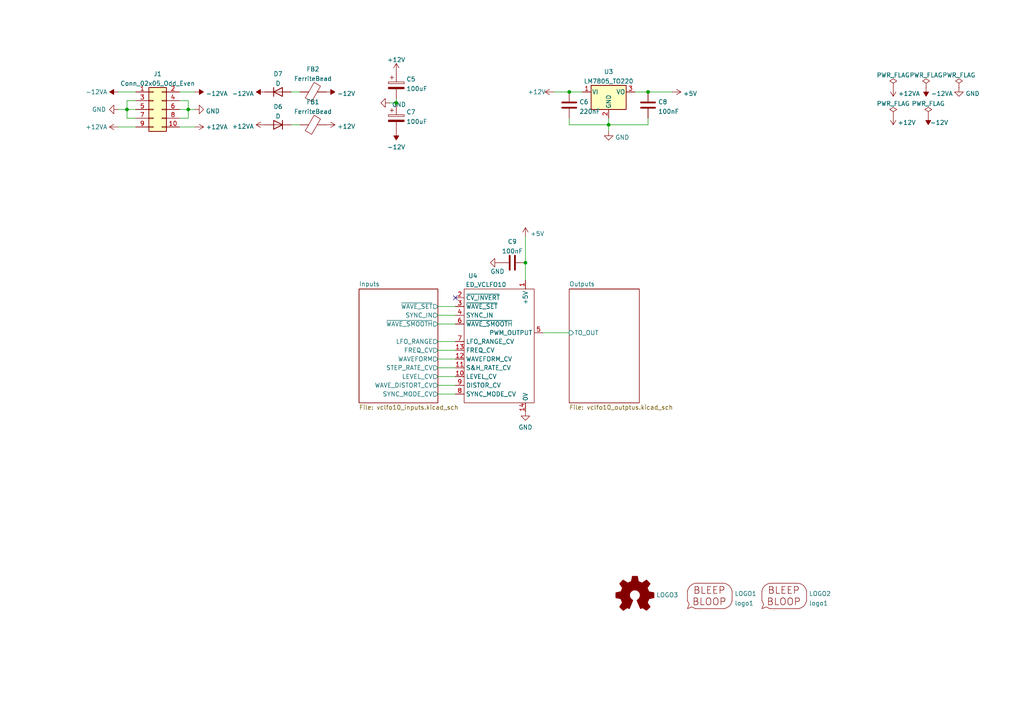
<source format=kicad_sch>
(kicad_sch (version 20211123) (generator eeschema)
  (paper "A4")
  (title_block (title "VCLFO10") (date "2022-06-29") (rev "1.0") (company "RobotDialogs"))
  (lib_symbols
    (symbol "Connector_Generic:Conn_02x05_Odd_Even" (pin_names (offset 1.016) hide)
      (property "Reference" "J" (at 1.27 7.62 0))
      (property "Value" "Conn_02x05_Odd_Even" (at 1.27 -7.62 0))
      (symbol "Conn_02x05_Odd_Even_1_1"
        (rectangle (start -1.27 -4.953) (end 0 -5.207) (stroke (width 0.1524)))
        (rectangle (start -1.27 -2.413) (end 0 -2.667) (stroke (width 0.1524)))
        (rectangle (start -1.27 0.127) (end 0 -0.127) (stroke (width 0.1524)))
        (rectangle (start -1.27 2.667) (end 0 2.413) (stroke (width 0.1524)))
        (rectangle (start -1.27 5.207) (end 0 4.953) (stroke (width 0.1524)))
        (rectangle (start -1.27 6.35) (end 3.81 -6.35) (stroke (width 0.254)) (fill (type background)))
        (rectangle (start 3.81 -4.953) (end 2.54 -5.207) (stroke (width 0.1524)))
        (rectangle (start 3.81 -2.413) (end 2.54 -2.667) (stroke (width 0.1524)))
        (rectangle (start 3.81 0.127) (end 2.54 -0.127) (stroke (width 0.1524)))
        (rectangle (start 3.81 2.667) (end 2.54 2.413) (stroke (width 0.1524)))
        (rectangle (start 3.81 5.207) (end 2.54 4.953) (stroke (width 0.1524)))
        (pin passive line (at -5.08 5.08 0) (length 3.81) (name "Pin_1") (number "1"))
        (pin passive line (at 7.62 -5.08 180) (length 3.81) (name "Pin_10") (number "10"))
        (pin passive line (at 7.62 5.08 180) (length 3.81) (name "Pin_2") (number "2"))
        (pin passive line (at -5.08 2.54 0) (length 3.81) (name "Pin_3") (number "3"))
        (pin passive line (at 7.62 2.54 180) (length 3.81) (name "Pin_4") (number "4"))
        (pin passive line (at -5.08 0 0) (length 3.81) (name "Pin_5") (number "5"))
        (pin passive line (at 7.62 0 180) (length 3.81) (name "Pin_6") (number "6"))
        (pin passive line (at -5.08 -2.54 0) (length 3.81) (name "Pin_7") (number "7"))
        (pin passive line (at 7.62 -2.54 180) (length 3.81) (name "Pin_8") (number "8"))
        (pin passive line (at -5.08 -5.08 0) (length 3.81) (name "Pin_9") (number "9"))
      )
    )
    (symbol "Device:C" (pin_numbers hide) (pin_names (offset 0.254))
      (property "Reference" "C" (at 0.635 2.54 0))
      (property "Value" "C" (at 0.635 -2.54 0))
      (symbol "C_0_1"
        (polyline (pts (xy -2.032 -0.762) (xy 2.032 -0.762)) (stroke (width 0.508)))
        (polyline (pts (xy -2.032 0.762) (xy 2.032 0.762)) (stroke (width 0.508)))
      )
      (symbol "C_1_1"
        (pin passive line (at 0 3.81 270) (length 2.794) (name "~") (number "1"))
        (pin passive line (at 0 -3.81 90) (length 2.794) (name "~") (number "2"))
      )
    )
    (symbol "Device:C_Polarized" (pin_numbers hide) (pin_names (offset 0.254))
      (property "Reference" "C" (at 0.635 2.54 0))
      (property "Value" "C_Polarized" (at 0.635 -2.54 0))
      (symbol "C_Polarized_0_1"
        (rectangle (start -2.286 0.508) (end 2.286 1.016))
        (polyline (pts (xy -1.778 2.286) (xy -0.762 2.286)))
        (polyline (pts (xy -1.27 2.794) (xy -1.27 1.778)))
        (rectangle (start 2.286 -0.508) (end -2.286 -1.016) (fill (type outline)))
      )
      (symbol "C_Polarized_1_1"
        (pin passive line (at 0 3.81 270) (length 2.794) (name "~") (number "1"))
        (pin passive line (at 0 -3.81 90) (length 2.794) (name "~") (number "2"))
      )
    )
    (symbol "Device:D" (pin_numbers hide) (pin_names (offset 1.016) hide)
      (property "Reference" "D" (at 0 2.54 0))
      (property "Value" "D" (at 0 -2.54 0))
      (symbol "D_0_1"
        (polyline (pts (xy -1.27 1.27) (xy -1.27 -1.27)) (stroke (width 0.254)))
        (polyline (pts (xy 1.27 0) (xy -1.27 0)))
        (polyline (pts (xy 1.27 1.27) (xy 1.27 -1.27) (xy -1.27 0) (xy 1.27 1.27)) (stroke (width 0.254)))
      )
      (symbol "D_1_1"
        (pin passive line (at -3.81 0 0) (length 2.54) (name "K") (number "1"))
        (pin passive line (at 3.81 0 180) (length 2.54) (name "A") (number "2"))
      )
    )
    (symbol "Device:FerriteBead" (pin_numbers hide) (pin_names (offset 0))
      (property "Reference" "FB" (at -3.81 0.635 90))
      (property "Value" "FerriteBead" (at 3.81 0 90))
      (symbol "FerriteBead_0_1"
        (polyline (pts (xy 0 -1.27) (xy 0 -1.2192)))
        (polyline (pts (xy 0 1.27) (xy 0 1.2954)))
        (polyline (pts (xy -2.7686 0.4064) (xy -1.7018 2.2606) (xy 2.7686 -0.3048) (xy 1.6764 -2.159) (xy -2.7686 0.4064)))
      )
      (symbol "FerriteBead_1_1"
        (pin passive line (at 0 3.81 270) (length 2.54) (name "~") (number "1"))
        (pin passive line (at 0 -3.81 90) (length 2.54) (name "~") (number "2"))
      )
    )
    (symbol "My Stuff:ED_VCLFO10"
      (property "Reference" "U" (at -15.24 5.08 0))
      (property "Value" "ED_VCLFO10" (at 0 16.256 0))
      (symbol "ED_VCLFO10_0_1"
        (rectangle (start -10.16 15.24) (end 10.16 -17.78) (stroke (width 0.1524)))
      )
      (symbol "ED_VCLFO10_1_1"
        (pin power_in line (at 7.62 17.78 270) (length 2.54) (name "+5V") (number "1"))
        (pin input line (at -12.7 -10.16 0) (length 2.54) (name "LEVEL_CV") (number "10"))
        (pin input line (at -12.7 -7.62 0) (length 2.54) (name "S&H_RATE_CV") (number "11"))
        (pin input line (at -12.7 -5.08 0) (length 2.54) (name "WAVEFORM_CV") (number "12"))
        (pin input line (at -12.7 -2.54 0) (length 2.54) (name "FREQ_CV") (number "13"))
        (pin power_in line (at 7.62 -20.32 90) (length 2.54) (name "0V") (number "14"))
        (pin input line (at -12.7 12.7 0) (length 2.54) (name "~{CV_INVERT}") (number "2"))
        (pin input line (at -12.7 10.16 0) (length 2.54) (name "~{WAVE_SET}") (number "3"))
        (pin input line (at -12.7 7.62 0) (length 2.54) (name "SYNC_IN") (number "4"))
        (pin output line (at 12.7 2.54 180) (length 2.54) (name "PWM_OUTPUT") (number "5"))
        (pin input line (at -12.7 5.08 0) (length 2.54) (name "~{WAVE_SMOOTH}") (number "6"))
        (pin input line (at -12.7 0 0) (length 2.54) (name "LFO_RANGE_CV") (number "7"))
        (pin input line (at -12.7 -15.24 0) (length 2.54) (name "SYNC_MODE_CV") (number "8"))
        (pin input line (at -12.7 -12.7 0) (length 2.54) (name "DISTOR_CV") (number "9"))
      )
    )
    (symbol "My Stuff:Logo_Open_Hardware_Small" (pin_names (offset 1.016))
      (property "Reference" "LOGO1" (at 0 6.985 0))
      (symbol "Logo_Open_Hardware_Small_0_1"
        (polyline (pts (xy 3.3528 -4.3434) (xy 3.302 -4.318) (xy 3.175 -4.2418) (xy 2.9972 -4.1148) (xy 2.7686 -3.9624) (xy 2.54 -3.81) (xy 2.3622 -3.7084) (xy 2.2352 -3.6068) (xy 2.1844 -3.5814) (xy 2.159 -3.6068) (xy 2.0574 -3.6576) (xy 1.905 -3.7338) (xy 1.8034 -3.7846) (xy 1.6764 -3.8354) (xy 1.6002 -3.8354) (xy 1.6002 -3.8354) (xy 1.5494 -3.7338) (xy 1.4732 -3.5306) (xy 1.3462 -3.302) (xy 1.2446 -3.0226) (xy 1.1176 -2.7178) (xy 0.9652 -2.413) (xy 0.8636 -2.1082) (xy 0.7366 -1.8288) (xy 0.6604 -1.6256) (xy 0.6096 -1.4732) (xy 0.5842 -1.397) (xy 0.5842 -1.397) (xy 0.6604 -1.3208) (xy 0.7874 -1.2446) (xy 1.0414 -1.016) (xy 1.2954 -0.6858) (xy 1.4478 -0.3302) (xy 1.524 0.0762) (xy 1.4732 0.4572) (xy 1.3208 0.8128) (xy 1.0668 1.143) (xy 0.762 1.3716) (xy 0.4064 1.524) (xy 0 1.5748) (xy -0.381 1.5494) (xy -0.7366 1.397) (xy -1.0668 1.143) (xy -1.2192 0.9906) (xy -1.397 0.6604) (xy -1.524 0.3048) (xy -1.524 0.2286) (xy -1.4986 -0.1778) (xy -1.397 -0.5334) (xy -1.1938 -0.8636) (xy -0.9144 -1.143) (xy -0.8636 -1.1684) (xy -0.7366 -1.27) (xy -0.635 -1.3462) (xy -0.5842 -1.397) (xy -1.0668 -2.5908) (xy -1.143 -2.794) (xy -1.2954 -3.1242) (xy -1.397 -3.4036) (xy -1.4986 -3.6322) (xy -1.5748 -3.7846) (xy -1.6002 -3.8354) (xy -1.6002 -3.8354) (xy -1.651 -3.8354) (xy -1.7272 -3.81) (xy -1.905 -3.7338) (xy -2.0066 -3.683) (xy -2.1336 -3.6068) (xy -2.2098 -3.5814) (xy -2.2606 -3.6068) (xy -2.3622 -3.683) (xy -2.54 -3.81) (xy -2.7686 -3.9624) (xy -2.9718 -4.0894) (xy -3.1496 -4.2164) (xy -3.302 -4.318) (xy -3.3528 -4.3434) (xy -3.3782 -4.3434) (xy -3.429 -4.318) (xy -3.5306 -4.2164) (xy -3.7084 -4.064) (xy -3.937 -3.8354) (xy -3.9624 -3.81) (xy -4.1656 -3.6068) (xy -4.318 -3.4544) (xy -4.4196 -3.3274) (xy -4.445 -3.2766) (xy -4.445 -3.2766) (xy -4.4196 -3.2258) (xy -4.318 -3.0734) (xy -4.2164 -2.8956) (xy -4.064 -2.667) (xy -3.6576 -2.0828) (xy -3.8862 -1.5494) (xy -3.937 -1.3716) (xy -4.0386 -1.1684) (xy -4.0894 -1.0414) (xy -4.1148 -0.9652) (xy -4.191 -0.9398) (xy -4.318 -0.9144) (xy -4.5466 -0.8636) (xy -4.8006 -0.8128) (xy -5.0546 -0.7874) (xy -5.2578 -0.7366) (xy -5.4356 -0.7112) (xy -5.5118 -0.6858) (xy -5.5118 -0.6858) (xy -5.5372 -0.635) (xy -5.5372 -0.5588) (xy -5.5372 -0.4318) (xy -5.5626 -0.2286) (xy -5.5626 0.0762) (xy -5.5626 0.127) (xy -5.5372 0.4064) (xy -5.5372 0.635) (xy -5.5372 0.762) (xy -5.5372 0.8382) (xy -5.5372 0.8382) (xy -5.461 0.8382) (xy -5.3086 0.889) (xy -5.08 0.9144) (xy -4.826 0.9652) (xy -4.8006 0.9906) (xy -4.5466 1.0414) (xy -4.318 1.0668) (xy -4.1656 1.1176) (xy -4.0894 1.143) (xy -4.0894 1.143) (xy -4.0386 1.2446) (xy -3.9624 1.4224) (xy -3.8608 1.6256) (xy -3.7846 1.8288) (xy -3.7084 2.0066) (xy -3.6576 2.159) (xy -3.6322 2.2098) (xy -3.6322 2.2098) (xy -3.683 2.286) (xy -3.7592 2.413) (xy -3.8862 2.5908) (xy -4.064 2.8194) (xy -4.064 2.8448) (xy -4.2164 3.0734) (xy -4.3434 3.2512) (xy -4.4196 3.3782) (xy -4.445 3.4544) (xy -4.445 3.4544) (xy -4.3942 3.5052) (xy -4.2926 3.6322) (xy -4.1148 3.81) (xy -3.937 4.0132) (xy -3.8608 4.064) (xy -3.6576 4.2926) (xy -3.5052 4.4196) (xy -3.4036 4.4958) (xy -3.3528 4.5212) (xy -3.3528 4.5212) (xy -3.302 4.4704) (xy -3.1496 4.3688) (xy -2.9718 4.2418) (xy -2.7432 4.0894) (xy -2.7178 4.0894) (xy -2.4892 3.937) (xy -2.3114 3.81) (xy -2.1844 3.7084) (xy -2.1336 3.683) (xy -2.1082 3.683) (xy -2.032 3.7084) (xy -1.8542 3.7592) (xy -1.6764 3.8354) (xy -1.4732 3.937) (xy -1.27 4.0132) (xy -1.143 4.064) (xy -1.0668 4.1148) (xy -1.0668 4.1148) (xy -1.0414 4.191) (xy -1.016 4.3434) (xy -0.9652 4.572) (xy -0.9144 4.8514) (xy -0.889 4.9022) (xy -0.8382 5.1562) (xy -0.8128 5.3848) (xy -0.7874 5.5372) (xy -0.762 5.588) (xy -0.7112 5.6134) (xy -0.5842 5.6134) (xy -0.4064 5.6134) (xy -0.1524 5.6134) (xy 0.0762 5.6134) (xy 0.3302 5.6134) (xy 0.5334 5.6134) (xy 0.6858 5.588) (xy 0.7366 5.588) (xy 0.7366 5.588) (xy 0.762 5.5118) (xy 0.8128 5.334) (xy 0.8382 5.1054) (xy 0.9144 4.826) (xy 0.9144 4.7752) (xy 0.9652 4.5212) (xy 1.016 4.2926) (xy 1.0414 4.1402) (xy 1.0668 4.0894) (xy 1.0668 4.0894) (xy 1.1938 4.0386) (xy 1.3716 3.9624) (xy 1.5748 3.8608) (xy 2.0828 3.6576) (xy 2.7178 4.0894) (xy 2.7686 4.1402) (xy 2.9972 4.2926) (xy 3.175 4.4196) (xy 3.302 4.4958) (xy 3.3782 4.5212) (xy 3.3782 4.5212) (xy 3.429 4.4704) (xy 3.556 4.3434) (xy 3.7338 4.191) (xy 3.9116 3.9878) (xy 4.064 3.8354) (xy 4.2418 3.6576) (xy 4.3434 3.556) (xy 4.4196 3.4798) (xy 4.4196 3.429) (xy 4.4196 3.4036) (xy 4.3942 3.3274) (xy 4.2926 3.2004) (xy 4.1656 2.9972) (xy 4.0132 2.794) (xy 3.8862 2.5908) (xy 3.7592 2.3876) (xy 3.6576 2.2352) (xy 3.6322 2.159) (xy 3.6322 2.1336) (xy 3.683 2.0066) (xy 3.7592 1.8288) (xy 3.8608 1.6002) (xy 4.064 1.1176) (xy 4.3942 1.0414) (xy 4.5974 1.016) (xy 4.8768 0.9652) (xy 5.1308 0.9144) (xy 5.5372 0.8382) (xy 5.5626 -0.6604) (xy 5.4864 -0.6858) (xy 5.4356 -0.6858) (xy 5.2832 -0.7366) (xy 5.0546 -0.762) (xy 4.8006 -0.8128) (xy 4.5974 -0.8636) (xy 4.3688 -0.9144) (xy 4.2164 -0.9398) (xy 4.1402 -0.9398) (xy 4.1148 -0.9652) (xy 4.064 -1.0668) (xy 3.9878 -1.2446) (xy 3.9116 -1.4478) (xy 3.81 -1.651) (xy 3.7338 -1.8542) (xy 3.683 -2.0066) (xy 3.6576 -2.0828) (xy 3.683 -2.1336) (xy 3.7846 -2.2606) (xy 3.8862 -2.4638) (xy 4.0386 -2.667) (xy 4.191 -2.8956) (xy 4.318 -3.0734) (xy 4.3942 -3.2004) (xy 4.445 -3.2766) (xy 4.4196 -3.3274) (xy 4.3434 -3.429) (xy 4.1656 -3.5814) (xy 3.937 -3.8354) (xy 3.8862 -3.8608) (xy 3.683 -4.064) (xy 3.5306 -4.2164) (xy 3.4036 -4.318) (xy 3.3528 -4.3434)) (fill (type outline)))
      )
    )
    (symbol "My Stuff:logo1" (pin_names (offset 1.016))
      (property "Reference" "LOGO" (at 0 -4.826 0))
      (property "Value" "logo1" (at 0 4.826 0))
      (symbol "logo1_0_0"
        (text "" (at -1.27 1.27 0) (effects (font (size 1.27 1.27))))
        (text "BLEEP" (at 0 1.524 0) (effects (font (size 2 2))))
        (text "BLOOP" (at 0 -1.778 0) (effects (font (size 2 2))))
      )
      (symbol "logo1_0_1"
        (rectangle (start -2.794 -4.318) (end -2.794 -4.318) (stroke (width 0.1524)))
        (polyline (pts (xy -6.35 1.27) (xy -6.35 -1.524)) (stroke (width 0.1524)))
        (polyline (pts (xy -4.064 -3.81) (xy 4.318 -3.81)) (stroke (width 0.1524)))
        (polyline (pts (xy -4.064 3.556) (xy 4.318 3.556)) (stroke (width 0.1524)))
        (polyline (pts (xy 6.604 1.27) (xy 6.604 -1.524)) (stroke (width 0.1524)))
        (polyline (pts (xy -6.35 1.27) (xy -6.096 2.032) (xy -5.588 2.794) (xy -4.826 3.302) (xy -4.064 3.556)) (stroke (width 0.1524)))
        (polyline (pts (xy -4.064 -3.81) (xy -5.08 -3.302) (xy -6.35 -3.81) (xy -5.842 -2.54) (xy -6.35 -1.524)) (stroke (width 0.1524)))
        (polyline (pts (xy 4.318 3.556) (xy 5.08 3.302) (xy 5.842 2.794) (xy 6.35 2.032) (xy 6.604 1.27)) (stroke (width 0.1524)))
        (polyline (pts (xy 6.604 -1.524) (xy 6.35 -2.286) (xy 5.842 -3.048) (xy 5.08 -3.556) (xy 4.318 -3.81)) (stroke (width 0.1524)))
      )
    )
    (symbol "Regulator_Linear:LM7805_TO220" (pin_names (offset 0.254))
      (property "Reference" "U" (at -3.81 3.175 0))
      (property "Value" "LM7805_TO220" (at 0 3.175 0))
      (symbol "LM7805_TO220_0_1"
        (rectangle (start -5.08 1.905) (end 5.08 -5.08) (stroke (width 0.254)) (fill (type background)))
      )
      (symbol "LM7805_TO220_1_1"
        (pin power_in line (at -7.62 0 0) (length 2.54) (name "VI") (number "1"))
        (pin power_in line (at 0 -7.62 90) (length 2.54) (name "GND") (number "2"))
        (pin power_out line (at 7.62 0 180) (length 2.54) (name "VO") (number "3"))
      )
    )
    (symbol "power:+12V" (power) (pin_names (offset 0))
      (property "Value" "+12V" (at 0 3.556 0))
      (symbol "+12V_0_1"
        (polyline (pts (xy -0.762 1.27) (xy 0 2.54)))
        (polyline (pts (xy 0 0) (xy 0 2.54)))
        (polyline (pts (xy 0 2.54) (xy 0.762 1.27)))
      )
      (symbol "+12V_1_1"
        (pin power_in line (at 0 0 90) (length 0) hide (name "+12V") (number "1"))
      )
    )
    (symbol "power:+12VA" (power) (pin_names (offset 0))
      (property "Value" "+12VA" (at 0 3.556 0))
      (symbol "+12VA_0_1"
        (polyline (pts (xy -0.762 1.27) (xy 0 2.54)))
        (polyline (pts (xy 0 0) (xy 0 2.54)))
        (polyline (pts (xy 0 2.54) (xy 0.762 1.27)))
      )
      (symbol "+12VA_1_1"
        (pin power_in line (at 0 0 90) (length 0) hide (name "+12VA") (number "1"))
      )
    )
    (symbol "power:+5V" (power) (pin_names (offset 0))
      (property "Value" "+5V" (at 0 3.556 0))
      (symbol "+5V_0_1"
        (polyline (pts (xy -0.762 1.27) (xy 0 2.54)))
        (polyline (pts (xy 0 0) (xy 0 2.54)))
        (polyline (pts (xy 0 2.54) (xy 0.762 1.27)))
      )
      (symbol "+5V_1_1"
        (pin power_in line (at 0 0 90) (length 0) hide (name "+5V") (number "1"))
      )
    )
    (symbol "power:-12V" (power) (pin_names (offset 0))
      (property "Value" "-12V" (at 0 3.81 0))
      (symbol "-12V_0_0"
        (pin power_in line (at 0 0 90) (length 0) hide (name "-12V") (number "1"))
      )
      (symbol "-12V_0_1"
        (polyline (pts (xy 0 0) (xy 0 1.27) (xy 0.762 1.27) (xy 0 2.54) (xy -0.762 1.27) (xy 0 1.27)) (fill (type outline)))
      )
    )
    (symbol "power:-12VA" (power) (pin_names (offset 0))
      (property "Value" "-12VA" (at 0 3.556 0))
      (symbol "-12VA_0_0"
        (pin power_in line (at 0 0 90) (length 0) hide (name "-12VA") (number "1"))
      )
      (symbol "-12VA_0_1"
        (polyline (pts (xy 0 0) (xy 0 1.27) (xy 0.762 1.27) (xy 0 2.54) (xy -0.762 1.27) (xy 0 1.27)) (fill (type outline)))
      )
    )
    (symbol "power:GND" (power) (pin_names (offset 0))
      (property "Value" "GND" (at 0 -3.81 0))
      (symbol "GND_0_1"
        (polyline (pts (xy 0 0) (xy 0 -1.27) (xy 1.27 -1.27) (xy 0 -2.54) (xy -1.27 -1.27) (xy 0 -1.27)))
      )
      (symbol "GND_1_1"
        (pin power_in line (at 0 0 270) (length 0) hide (name "GND") (number "1"))
      )
    )
    (symbol "power:PWR_FLAG" (power) (pin_numbers hide) (pin_names (offset 0) hide)
      (property "Value" "PWR_FLAG" (at 0 3.81 0))
      (symbol "PWR_FLAG_0_0"
        (pin power_out line (at 0 0 90) (length 0) (name "pwr") (number "1"))
      )
      (symbol "PWR_FLAG_0_1"
        (polyline (pts (xy 0 0) (xy 0 1.27) (xy -1.016 1.905) (xy 0 2.54) (xy 1.016 1.905) (xy 0 1.27)))
      )
    )
  )
  (junction (at 54.61 31.75))
  (junction (at 165.1 26.67))
  (junction (at 36.83 31.75))
  (junction (at 152.4 76.2))
  (junction (at 176.53 36.195))
  (junction (at 114.935 29.845))
  (junction (at 187.96 26.67))
  (no_connect (at 132.08 86.36))
  (wire (pts (xy 84.455 26.67) (xy 86.995 26.67)))
  (wire (pts (xy 157.48 96.52) (xy 165.1 96.52)))
  (wire (pts (xy 176.53 34.29) (xy 176.53 36.195)))
  (wire (pts (xy 114.935 29.845) (xy 114.935 30.48)))
  (wire (pts (xy 113.03 29.845) (xy 114.935 29.845)))
  (wire (pts (xy 184.15 26.67) (xy 187.96 26.67)))
  (wire (pts (xy 36.83 29.21) (xy 36.83 31.75)))
  (wire (pts (xy 39.37 29.21) (xy 36.83 29.21)))
  (wire (pts (xy 54.61 31.75) (xy 54.61 34.29)))
  (wire (pts (xy 187.96 26.67) (xy 194.945 26.67)))
  (wire (pts (xy 127 114.3) (xy 132.08 114.3)))
  (wire (pts (xy 34.29 26.67) (xy 39.37 26.67)))
  (wire (pts (xy 36.83 31.75) (xy 39.37 31.75)))
  (wire (pts (xy 127 101.6) (xy 132.08 101.6)))
  (wire (pts (xy 52.07 26.67) (xy 56.515 26.67)))
  (wire (pts (xy 127 88.9) (xy 132.08 88.9)))
  (wire (pts (xy 52.07 29.21) (xy 54.61 29.21)))
  (wire (pts (xy 36.83 31.75) (xy 36.83 34.29)))
  (wire (pts (xy 165.1 34.29) (xy 165.1 36.195)))
  (wire (pts (xy 54.61 31.75) (xy 56.515 31.75)))
  (wire (pts (xy 152.4 76.2) (xy 152.4 81.28)))
  (wire (pts (xy 165.1 36.195) (xy 176.53 36.195)))
  (wire (pts (xy 54.61 29.21) (xy 54.61 31.75)))
  (wire (pts (xy 84.455 36.195) (xy 86.995 36.195)))
  (wire (pts (xy 54.61 34.29) (xy 52.07 34.29)))
  (wire (pts (xy 127 104.14) (xy 132.08 104.14)))
  (wire (pts (xy 187.96 36.195) (xy 187.96 34.29)))
  (wire (pts (xy 127 99.06) (xy 132.08 99.06)))
  (wire (pts (xy 176.53 36.195) (xy 187.96 36.195)))
  (wire (pts (xy 36.83 34.29) (xy 39.37 34.29)))
  (wire (pts (xy 127 91.44) (xy 132.08 91.44)))
  (wire (pts (xy 127 109.22) (xy 132.08 109.22)))
  (wire (pts (xy 52.07 36.83) (xy 56.515 36.83)))
  (wire (pts (xy 160.655 26.67) (xy 165.1 26.67)))
  (wire (pts (xy 127 111.76) (xy 132.08 111.76)))
  (wire (pts (xy 127 106.68) (xy 132.08 106.68)))
  (wire (pts (xy 34.29 31.75) (xy 36.83 31.75)))
  (wire (pts (xy 152.4 68.58) (xy 152.4 76.2)))
  (wire (pts (xy 52.07 31.75) (xy 54.61 31.75)))
  (wire (pts (xy 39.37 36.83) (xy 34.29 36.83)))
  (wire (pts (xy 127 93.98) (xy 132.08 93.98)))
  (wire (pts (xy 114.935 28.575) (xy 114.935 29.845)))
  (wire (pts (xy 176.53 36.195) (xy 176.53 38.1)))
  (wire (pts (xy 165.1 26.67) (xy 168.91 26.67)))
  (symbol (lib_id "power:+5V") (at 152.4 68.58 0) (unit 1)
    (property "Reference" "#PWR0131" (effects hide))
    (property "Value" "+5V" (at 153.797 67.789 0) (effects (justify left)))
  )
  (symbol (lib_id "Device:D") (at 80.645 26.67 0) (unit 1)
    (property "Reference" "D7" (at 80.645 21.4335 0))
    (property "Value" "D" (at 80.645 24.2086 0))
    (property "Footprint" "Diode_THT:D_A-405_P7.62mm_Horizontal" (effects hide))
  )
  (symbol (lib_id "Device:C_Polarized") (at 114.935 24.765 0) (unit 1)
    (property "Reference" "C5" (at 117.856 22.9675 0) (effects (justify left)))
    (property "Value" "100uF" (at 117.856 25.7426 0) (effects (justify left)))
    (property "Footprint" "Capacitor_THT:CP_Radial_D5.0mm_P2.50mm" (effects hide))
  )
  (symbol (lib_id "power:+12VA") (at 34.29 36.83 90) (unit 1)
    (property "Reference" "#PWR0106" (effects hide))
    (property "Value" "+12VA" (at 24.765 36.83 90) (effects (justify right)))
  )
  (symbol (lib_id "Device:C") (at 148.59 76.2 90) (unit 1)
    (property "Reference" "C9" (at 148.59 70.0745 90))
    (property "Value" "100nF" (at 148.59 72.8496 90))
    (property "Footprint" "Capacitor_SMD:C_1206_3216Metric_Pad1.33x1.80mm_HandSolder" (effects hide))
  )
  (symbol (lib_id "power:-12VA") (at 268.605 25.4 180) (unit 1)
    (property "Reference" "#PWR0126" (effects hide))
    (property "Value" "-12VA" (at 270.002 27.149 0) (effects (justify right)))
  )
  (symbol (lib_id "power:+12V") (at 114.935 20.955 0) (unit 1)
    (property "Reference" "#PWR0130" (effects hide))
    (property "Value" "+12V" (at 114.935 17.3505 0))
  )
  (symbol (lib_id "My Stuff:logo1") (at 205.74 172.72 0) (unit 1)
    (property "Reference" "LOGO1" (at 213.0552 172.1925 0) (effects (justify left)))
    (property "Value" "logo1" (at 213.0552 174.9676 0) (effects (justify left)))
    (property "Footprint" "My Stuff:Logo1" (effects hide))
  )
  (symbol (lib_id "Connector_Generic:Conn_02x05_Odd_Even") (at 44.45 31.75 0) (unit 1)
    (property "Reference" "J1" (at 45.72 21.4335 0))
    (property "Value" "Conn_02x05_Odd_Even" (at 45.72 24.2086 0))
    (property "Footprint" "Connector_IDC:IDC-Header_2x05_P2.54mm_Vertical" (effects hide))
  )
  (symbol (lib_id "My Stuff:Logo_Open_Hardware_Small") (at 184.15 172.72 0) (unit 1)
    (property "Reference" "LOGO3" (at 190.3476 172.564 0) (effects (justify left)))
    (property "Value" "Logo_Open_Hardware_Small" (effects hide))
    (property "Footprint" "Symbol:OSHW-Symbol_6.7x6mm_SilkScreen" (effects hide))
  )
  (symbol (lib_id "power:-12V") (at 114.935 38.1 180) (unit 1)
    (property "Reference" "#PWR0122" (effects hide))
    (property "Value" "-12V" (at 114.935 42.6625 0))
  )
  (symbol (lib_id "power:+12V") (at 94.615 36.195 270) (unit 1)
    (property "Reference" "#PWR0112" (effects hide))
    (property "Value" "+12V" (at 97.79 36.674 90) (effects (justify left)))
  )
  (symbol (lib_id "power:-12VA") (at 34.29 26.67 90) (unit 1)
    (property "Reference" "#PWR0105" (effects hide))
    (property "Value" "-12VA" (at 24.765 26.67 90) (effects (justify right)))
  )
  (symbol (lib_id "power:-12V") (at 269.24 33.655 180) (unit 1)
    (property "Reference" "#PWR0127" (effects hide))
    (property "Value" "-12V" (at 272.415 35.56 0))
  )
  (symbol (lib_id "Device:C_Polarized") (at 114.935 34.29 0) (unit 1)
    (property "Reference" "C7" (at 117.856 32.4925 0) (effects (justify left)))
    (property "Value" "100uF" (at 117.856 35.2676 0) (effects (justify left)))
    (property "Footprint" "Capacitor_THT:CP_Radial_D5.0mm_P2.50mm" (effects hide))
  )
  (symbol (lib_id "power:PWR_FLAG") (at 259.08 33.655 0) (unit 1)
    (property "Reference" "#FLG0102" (effects hide))
    (property "Value" "PWR_FLAG" (at 259.08 30.0505 0))
  )
  (symbol (lib_id "Device:FerriteBead") (at 90.805 26.67 90) (unit 1)
    (property "Reference" "FB2" (at 90.7542 20.0619 90))
    (property "Value" "FerriteBead" (at 90.7542 22.837 90))
    (property "Footprint" "Inductor_THT:L_Axial_L6.6mm_D2.7mm_P2.54mm_Vertical_Vishay_IM-2" (effects hide))
  )
  (symbol (lib_id "power:GND") (at 176.53 38.1 0) (unit 1)
    (property "Reference" "#PWR0101" (effects hide))
    (property "Value" "GND" (at 178.435 39.849 0) (effects (justify left)))
  )
  (symbol (lib_id "power:+12V") (at 259.08 33.655 180) (unit 1)
    (property "Reference" "#PWR0124" (effects hide))
    (property "Value" "+12V" (at 260.35 35.56 0) (effects (justify right)))
  )
  (symbol (lib_id "power:+12VA") (at 259.08 25.4 180) (unit 1)
    (property "Reference" "#PWR0125" (effects hide))
    (property "Value" "+12VA" (at 260.477 27.149 0) (effects (justify right)))
  )
  (symbol (lib_id "power:PWR_FLAG") (at 278.13 25.4 0) (unit 1)
    (property "Reference" "#FLG0103" (effects hide))
    (property "Value" "PWR_FLAG" (at 278.13 21.7955 0))
  )
  (symbol (lib_id "power:-12VA") (at 76.835 26.67 90) (unit 1)
    (property "Reference" "#PWR0107" (effects hide))
    (property "Value" "-12VA" (at 73.66 27.149 90) (effects (justify left)))
  )
  (symbol (lib_id "power:PWR_FLAG") (at 259.08 25.4 0) (unit 1)
    (property "Reference" "#FLG0101" (effects hide))
    (property "Value" "PWR_FLAG" (at 259.08 21.7955 0))
  )
  (symbol (lib_id "My Stuff:logo1") (at 227.33 172.72 0) (unit 1)
    (property "Reference" "LOGO2" (at 234.6452 172.1925 0) (effects (justify left)))
    (property "Value" "logo1" (at 234.6452 174.9676 0) (effects (justify left)))
    (property "Footprint" "My Stuff:Logo2" (effects hide))
  )
  (symbol (lib_id "power:PWR_FLAG") (at 268.605 25.4 0) (unit 1)
    (property "Reference" "#FLG0104" (effects hide))
    (property "Value" "PWR_FLAG" (at 268.605 21.7955 0))
  )
  (symbol (lib_id "power:+5V") (at 194.945 26.67 270) (unit 1)
    (property "Reference" "#PWR0102" (effects hide))
    (property "Value" "+5V" (at 198.12 27.149 90) (effects (justify left)))
  )
  (symbol (lib_id "Regulator_Linear:LM7805_TO220") (at 176.53 26.67 0) (unit 1)
    (property "Reference" "U3" (at 176.53 20.7985 0))
    (property "Value" "LM7805_TO220" (at 176.53 23.5736 0))
    (property "Footprint" "Package_TO_SOT_THT:TO-220-3_Vertical" (effects hide))
    (property "Datasheet" "https://www.onsemi.cn/PowerSolutions/document/MC7800-D.PDF" (effects hide))
  )
  (symbol (lib_id "power:+12V") (at 160.655 26.67 90) (unit 1)
    (property "Reference" "#PWR0103" (effects hide))
    (property "Value" "+12V" (at 153.035 26.67 90) (effects (justify right)))
  )
  (symbol (lib_id "power:GND") (at 56.515 31.75 90) (unit 1)
    (property "Reference" "#PWR0111" (effects hide))
    (property "Value" "GND" (at 59.69 32.229 90) (effects (justify right)))
  )
  (symbol (lib_id "Device:C") (at 187.96 30.48 0) (unit 1)
    (property "Reference" "C8" (at 190.881 29.5715 0) (effects (justify left)))
    (property "Value" "100nF" (at 190.881 32.3466 0) (effects (justify left)))
    (property "Footprint" "Capacitor_SMD:C_1206_3216Metric_Pad1.33x1.80mm_HandSolder" (effects hide))
  )
  (symbol (lib_id "My Stuff:ED_VCLFO10") (at 144.78 99.06 0) (unit 1)
    (property "Reference" "U4" (at 137.16 80.01 0))
    (property "Value" "ED_VCLFO10" (at 140.97 82.55 0))
    (property "Footprint" "Package_DIP:DIP-14_W7.62mm_Socket_LongPads" (effects hide))
    (property "Datasheet" "https://electricdruid.net/datasheets/VCLFO10Datasheet.pdf" (effects hide))
  )
  (symbol (lib_id "Device:FerriteBead") (at 90.805 36.195 90) (unit 1)
    (property "Reference" "FB1" (at 90.7542 29.5869 90))
    (property "Value" "FerriteBead" (at 90.7542 32.362 90))
    (property "Footprint" "Inductor_THT:L_Axial_L6.6mm_D2.7mm_P2.54mm_Vertical_Vishay_IM-2" (effects hide))
  )
  (symbol (lib_id "power:+12VA") (at 76.835 36.195 90) (unit 1)
    (property "Reference" "#PWR0108" (effects hide))
    (property "Value" "+12VA" (at 73.66 36.674 90) (effects (justify left)))
  )
  (symbol (lib_id "power:-12V") (at 94.615 26.67 270) (unit 1)
    (property "Reference" "#PWR0113" (effects hide))
    (property "Value" "-12V" (at 97.79 27.149 90) (effects (justify left)))
  )
  (symbol (lib_id "Device:C") (at 165.1 30.48 0) (unit 1)
    (property "Reference" "C6" (at 168.021 29.5715 0) (effects (justify left)))
    (property "Value" "220nF" (at 168.021 32.3466 0) (effects (justify left)))
    (property "Footprint" "Capacitor_SMD:C_1206_3216Metric_Pad1.33x1.80mm_HandSolder" (effects hide))
  )
  (symbol (lib_id "power:GND") (at 113.03 29.845 270) (unit 1)
    (property "Reference" "#PWR0123" (effects hide))
    (property "Value" "GND" (at 113.665 30.324 90) (effects (justify left)))
  )
  (symbol (lib_id "power:-12VA") (at 56.515 26.67 270) (unit 1)
    (property "Reference" "#PWR0109" (effects hide))
    (property "Value" "-12VA" (at 59.69 27.149 90) (effects (justify left)))
  )
  (symbol (lib_id "power:+12VA") (at 56.515 36.83 270) (unit 1)
    (property "Reference" "#PWR0110" (effects hide))
    (property "Value" "+12VA" (at 59.69 36.83 90) (effects (justify left)))
  )
  (symbol (lib_id "power:GND") (at 152.4 119.38 0) (unit 1)
    (property "Reference" "#PWR0133" (effects hide))
    (property "Value" "GND" (at 152.4 123.9425 0))
  )
  (symbol (lib_id "power:GND") (at 144.78 76.2 270) (unit 1)
    (property "Reference" "#PWR0132" (effects hide))
    (property "Value" "GND" (at 142.24 78.74 90) (effects (justify left)))
  )
  (symbol (lib_id "power:GND") (at 278.13 25.4 0) (unit 1)
    (property "Reference" "#PWR0128" (effects hide))
    (property "Value" "GND" (at 280.035 27.149 0) (effects (justify left)))
  )
  (symbol (lib_id "power:PWR_FLAG") (at 269.24 33.655 0) (unit 1)
    (property "Reference" "#FLG0105" (effects hide))
    (property "Value" "PWR_FLAG" (at 269.24 30.0505 0))
  )
  (symbol (lib_id "Device:D") (at 80.645 36.195 180) (unit 1)
    (property "Reference" "D6" (at 80.645 30.9585 0))
    (property "Value" "D" (at 80.645 33.7336 0))
    (property "Footprint" "Diode_THT:D_A-405_P7.62mm_Horizontal" (effects hide))
  )
  (symbol (lib_id "power:GND") (at 34.29 31.75 270) (unit 1)
    (property "Reference" "#PWR0104" (effects hide))
    (property "Value" "GND" (at 26.67 31.75 90) (effects (justify left)))
  )
  (sheet (at 104.14 83.82) (size 22.86 33.02) (stroke (width 0.1524))
    (property "Sheet name" "Inputs" (at 104.14 83.1084 0) (effects (justify left bottom)))
    (property "Sheet file" "vclfo10_inputs.kicad_sch" (at 104.14 117.4246 0) (effects (justify left top)))
    (pin "WAVEFORM" output (at 127 104.14 0))
    (pin "~{WAVE_SMOOTH}" output (at 127 93.98 0))
    (pin "~{WAVE_SET}" output (at 127 88.9 0))
    (pin "SYNC_IN" output (at 127 91.44 0))
    (pin "SYNC_MODE_CV" output (at 127 114.3 0))
    (pin "LFO_RANGE" output (at 127 99.06 0))
    (pin "STEP_RATE_CV" output (at 127 106.68 0))
    (pin "LEVEL_CV" output (at 127 109.22 0))
    (pin "WAVE_DISTORT_CV" output (at 127 111.76 0))
    (pin "FREQ_CV" output (at 127 101.6 0))
  )
  (sheet (at 165.1 83.82) (size 20.32 33.02) (stroke (width 0.1524))
    (property "Sheet name" "Outputs" (at 165.1 83.1084 0) (effects (justify left bottom)))
    (property "Sheet file" "vclfo10_outptus.kicad_sch" (at 165.1 117.4246 0) (effects (justify left top)))
    (pin "TO_OUT" input (at 165.1 96.52 180))
  )
)
</source>
